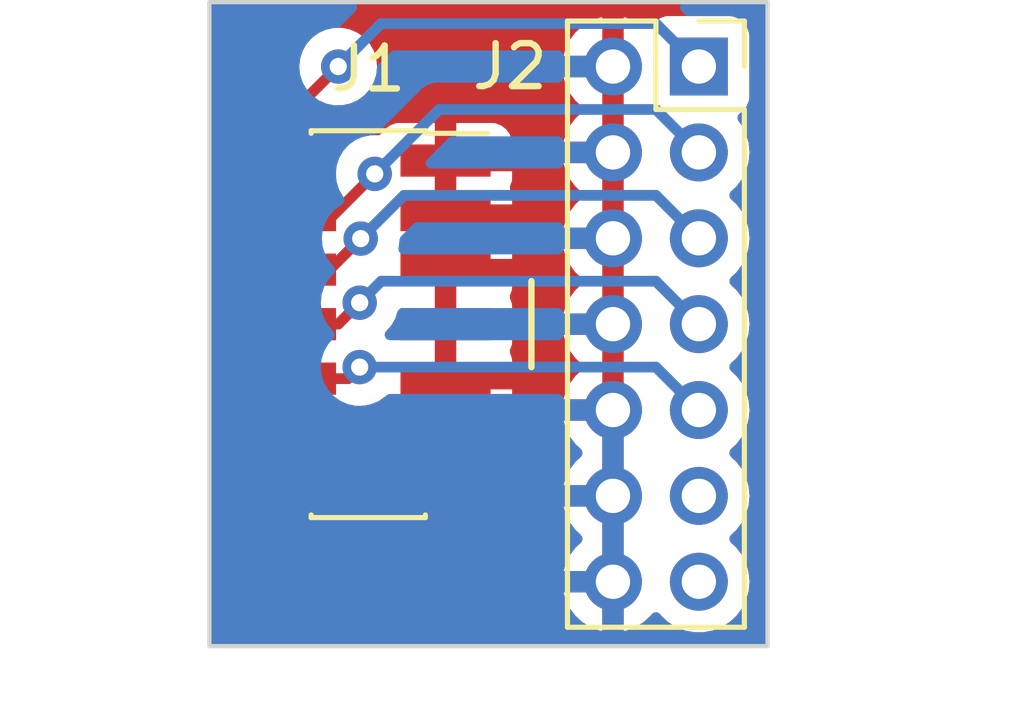
<source format=kicad_pcb>
(kicad_pcb (version 20221018) (generator pcbnew)
  (layers (0 "F.Cu" signal) (31 "B.Cu" signal) (34 "B.Paste" user) (35 "F.Paste" user) (36 "B.SilkS" user "B.Silkscreen") (37 "F.SilkS" user "F.Silkscreen") (38 "B.Mask" user) (39 "F.Mask" user) (44 "Edge.Cuts" user))
  (net 0 "")
  (net 1 "GND")
  (net 2 "+1V8")
  (net 3 "/TMS")
  (net 4 "/TCK")
  (net 5 "/TDO")
  (net 6 "/TDI")
  (footprint "Connector_PinSocket_2.00mm:PinSocket_2x07_P2.00mm_Vertical" (layer "F.Cu") (at 94.4 66)
    (fp_text reference "J2" (at -4.4 0) (layer "F.SilkS"))
    (fp_text value "Conn_02x07_Odd_Even")
    (fp_line (start -3.06 -1.06) (end -3.06 13.06) (stroke (width 0.12)) (layer "F.SilkS"))
    (fp_line (start -3.06 -1.06) (end -1 -1.06) (stroke (width 0.12)) (layer "F.SilkS"))
    (fp_line (start -3.06 13.06) (end 1.06 13.06) (stroke (width 0.12)) (layer "F.SilkS"))
    (fp_line (start -1 -1.06) (end -1 1) (stroke (width 0.12)) (layer "F.SilkS"))
    (fp_line (start -1 1) (end 1.06 1) (stroke (width 0.12)) (layer "F.SilkS"))
    (fp_line (start 0 -1.06) (end 1.06 -1.06) (stroke (width 0.12)) (layer "F.SilkS"))
    (fp_line (start 1.06 -1.06) (end 1.06 0) (stroke (width 0.12)) (layer "F.SilkS"))
    (fp_line (start 1.06 1) (end 1.06 13.06) (stroke (width 0.12)) (layer "F.SilkS"))
    (pad "1" thru_hole rect (at 0 0) (size 1.35 1.35) (drill 0.8) (layers "*.Cu" "*.Mask") (net 2 "+1V8"))
    (pad "2" thru_hole oval (at -2 0) (size 1.35 1.35) (drill 0.8) (layers "*.Cu" "*.Mask") (net 1 "GND"))
    (pad "3" thru_hole oval (at 0 2) (size 1.35 1.35) (drill 0.8) (layers "*.Cu" "*.Mask") (net 3 "/TMS"))
    (pad "4" thru_hole oval (at -2 2) (size 1.35 1.35) (drill 0.8) (layers "*.Cu" "*.Mask") (net 1 "GND"))
    (pad "5" thru_hole oval (at 0 4) (size 1.35 1.35) (drill 0.8) (layers "*.Cu" "*.Mask") (net 4 "/TCK"))
    (pad "6" thru_hole oval (at -2 4) (size 1.35 1.35) (drill 0.8) (layers "*.Cu" "*.Mask") (net 1 "GND"))
    (pad "7" thru_hole oval (at 0 6) (size 1.35 1.35) (drill 0.8) (layers "*.Cu" "*.Mask") (net 5 "/TDO"))
    (pad "8" thru_hole oval (at -2 6) (size 1.35 1.35) (drill 0.8) (layers "*.Cu" "*.Mask") (net 1 "GND"))
    (pad "9" thru_hole oval (at 0 8) (size 1.35 1.35) (drill 0.8) (layers "*.Cu" "*.Mask") (net 6 "/TDI"))
    (pad "10" thru_hole oval (at -2 8) (size 1.35 1.35) (drill 0.8) (layers "*.Cu" "*.Mask") (net 1 "GND"))
    (pad "11" thru_hole oval (at 0 10) (size 1.35 1.35) (drill 0.8) (layers "*.Cu" "*.Mask"))
    (pad "12" thru_hole oval (at -2 10) (size 1.35 1.35) (drill 0.8) (layers "*.Cu" "*.Mask") (net 1 "GND"))
    (pad "13" thru_hole oval (at 0 12) (size 1.35 1.35) (drill 0.8) (layers "*.Cu" "*.Mask"))
    (pad "14" thru_hole oval (at -2 12) (size 1.35 1.35) (drill 0.8) (layers "*.Cu" "*.Mask") (net 1 "GND"))
  )
  (footprint "Connector_PinSocket_1.27mm:PinSocket_2x07_P1.27mm_Vertical_SMD" (layer "F.Cu") (at 86.7 72)
    (fp_text reference "J1" (at 0 -5.945) (layer "F.SilkS"))
    (fp_text value "Conn_02x07_Odd_Even")
    (fp_line (start -1.33 -4.505) (end -1.33 -4.445) (stroke (width 0.12)) (layer "F.SilkS"))
    (fp_line (start -1.33 -4.505) (end 1.33 -4.505) (stroke (width 0.12)) (layer "F.SilkS"))
    (fp_line (start -1.33 4.445) (end -1.33 4.505) (stroke (width 0.12)) (layer "F.SilkS"))
    (fp_line (start -1.33 4.505) (end 1.33 4.505) (stroke (width 0.12)) (layer "F.SilkS"))
    (fp_line (start 1.33 -4.505) (end 1.33 -4.445) (stroke (width 0.12)) (layer "F.SilkS"))
    (fp_line (start 1.33 -4.445) (end 2.79 -4.445) (stroke (width 0.12)) (layer "F.SilkS"))
    (fp_line (start 1.33 4.445) (end 1.33 4.505) (stroke (width 0.12)) (layer "F.SilkS"))
    (pad "1" smd rect (at 1.8 -3.81) (size 2.1 0.75) (layers "F.Cu" "F.Paste" "F.Mask") (net 1 "GND"))
    (pad "2" smd rect (at -1.8 -3.81) (size 2.1 0.75) (layers "F.Cu" "F.Paste" "F.Mask") (net 2 "+1V8"))
    (pad "3" smd rect (at 1.8 -2.54) (size 2.1 0.75) (layers "F.Cu" "F.Paste" "F.Mask") (net 1 "GND"))
    (pad "4" smd rect (at -1.8 -2.54) (size 2.1 0.75) (layers "F.Cu" "F.Paste" "F.Mask") (net 3 "/TMS"))
    (pad "5" smd rect (at 1.8 -1.27) (size 2.1 0.75) (layers "F.Cu" "F.Paste" "F.Mask") (net 1 "GND"))
    (pad "6" smd rect (at -1.8 -1.27) (size 2.1 0.75) (layers "F.Cu" "F.Paste" "F.Mask") (net 4 "/TCK"))
    (pad "7" smd rect (at 1.8 0) (size 2.1 0.75) (layers "F.Cu" "F.Paste" "F.Mask") (net 1 "GND"))
    (pad "8" smd rect (at -1.8 0) (size 2.1 0.75) (layers "F.Cu" "F.Paste" "F.Mask") (net 5 "/TDO"))
    (pad "9" smd rect (at 1.8 1.27) (size 2.1 0.75) (layers "F.Cu" "F.Paste" "F.Mask") (net 1 "GND"))
    (pad "10" smd rect (at -1.8 1.27) (size 2.1 0.75) (layers "F.Cu" "F.Paste" "F.Mask") (net 6 "/TDI"))
    (pad "11" smd rect (at 1.8 2.54) (size 2.1 0.75) (layers "F.Cu" "F.Paste" "F.Mask") (net 1 "GND"))
    (pad "12" smd rect (at -1.8 2.54) (size 2.1 0.75) (layers "F.Cu" "F.Paste" "F.Mask"))
    (pad "13" smd rect (at 1.8 3.81) (size 2.1 0.75) (layers "F.Cu" "F.Paste" "F.Mask") (net 1 "GND"))
    (pad "14" smd rect (at -1.8 3.81) (size 2.1 0.75) (layers "F.Cu" "F.Paste" "F.Mask"))
  )
  (gr_line (start 90.5 71) (end 90.5 73) (stroke (width 0.15)) (layer "F.SilkS"))
  (gr_rect (start 83 64.5) (end 96 79.5) (stroke (width 0.1)) (fill none) (layer "Edge.Cuts"))
  (segment (start 88.5 72) (end 92.4 72) (width 0.25) (layer "F.Cu") (net 1))
  (segment (start 92.4 70) (end 92.4 66) (width 0.25) (layer "F.Cu") (net 1))
  (segment (start 88.5 75.81) (end 88.5 68.19) (width 0.25) (layer "F.Cu") (net 1))
  (segment (start 92.4 78) (end 92.4 70) (width 0.25) (layer "F.Cu") (net 1))
  (segment (start 84.9 67.1) (end 86 66) (width 0.25) (layer "F.Cu") (net 2))
  (segment (start 84.9 68.19) (end 84.9 67.1) (width 0.25) (layer "F.Cu") (net 2))
  (via (at 86 66) (size 0.8) (drill 0.4) (layers "F.Cu" "B.Cu") (net 2))
  (segment (start 93.4 65) (end 94.4 66) (width 0.25) (layer "B.Cu") (net 2))
  (segment (start 86 66) (end 87 65) (width 0.25) (layer "B.Cu") (net 2))
  (segment (start 87 65) (end 93.4 65) (width 0.25) (layer "B.Cu") (net 2))
  (segment (start 85.890498 69.46) (end 86.850498 68.5) (width 0.25) (layer "F.Cu") (net 3))
  (segment (start 84.9 69.46) (end 85.890498 69.46) (width 0.25) (layer "F.Cu") (net 3))
  (via (at 86.850498 68.5) (size 0.8) (drill 0.4) (layers "F.Cu" "B.Cu") (net 3))
  (segment (start 88.350498 67) (end 93.4 67) (width 0.25) (layer "B.Cu") (net 3))
  (segment (start 86.850498 68.5) (end 88.350498 67) (width 0.25) (layer "B.Cu") (net 3))
  (segment (start 93.4 67) (end 94.4 68) (width 0.25) (layer "B.Cu") (net 3))
  (segment (start 84.9 70.73) (end 85.801485 70.73) (width 0.25) (layer "F.Cu") (net 4))
  (segment (start 85.801485 70.73) (end 86.524219 70.007266) (width 0.25) (layer "F.Cu") (net 4))
  (via (at 86.524219 70.007266) (size 0.8) (drill 0.4) (layers "F.Cu" "B.Cu") (net 4))
  (segment (start 93.4 69) (end 94.4 70) (width 0.25) (layer "B.Cu") (net 4))
  (segment (start 86.524219 70.007266) (end 87.531485 69) (width 0.25) (layer "B.Cu") (net 4))
  (segment (start 87.531485 69) (end 93.4 69) (width 0.25) (layer "B.Cu") (net 4))
  (segment (start 86 72) (end 86.5 71.5) (width 0.25) (layer "F.Cu") (net 5))
  (segment (start 84.9 72) (end 86 72) (width 0.25) (layer "F.Cu") (net 5))
  (via (at 86.5 71.5) (size 0.8) (drill 0.4) (layers "F.Cu" "B.Cu") (net 5))
  (segment (start 86.5 71.5) (end 87 71) (width 0.25) (layer "B.Cu") (net 5))
  (segment (start 93.4 71) (end 94.4 72) (width 0.25) (layer "B.Cu") (net 5))
  (segment (start 87 71) (end 93.4 71) (width 0.25) (layer "B.Cu") (net 5))
  (segment (start 86.23 73.27) (end 86.5 73) (width 0.25) (layer "F.Cu") (net 6))
  (segment (start 84.9 73.27) (end 86.23 73.27) (width 0.25) (layer "F.Cu") (net 6))
  (via (at 86.5 73) (size 0.8) (drill 0.4) (layers "F.Cu" "B.Cu") (net 6))
  (segment (start 93.4 73) (end 94.4 74) (width 0.25) (layer "B.Cu") (net 6))
  (segment (start 86.5 73) (end 93.4 73) (width 0.25) (layer "B.Cu") (net 6))
  (zone (net 1) (net_name "GND") (layers "F&B.Cu") (connect_pads (clearance 0.5)) (min_thickness 0.25) (fill yes (thermal_gap 0.5) (thermal_bridge_width 0.5))
    (polygon (pts (xy 96 79.5) (xy 96 64.5) (xy 83 64.5) (xy 83 79.5)))
  )
)
</source>
